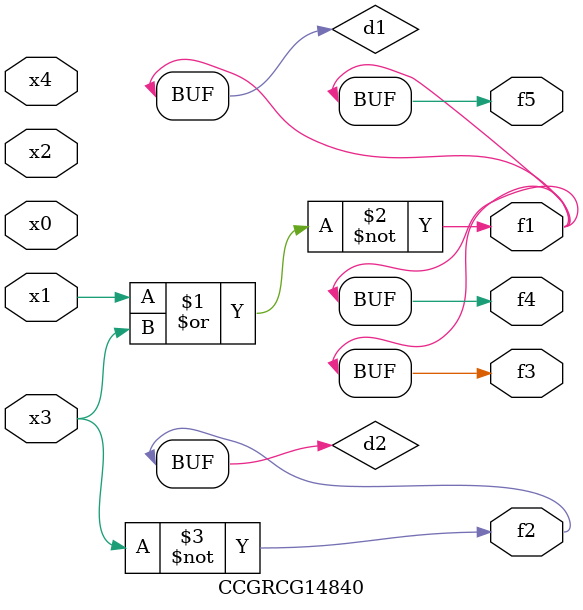
<source format=v>
module CCGRCG14840(
	input x0, x1, x2, x3, x4,
	output f1, f2, f3, f4, f5
);

	wire d1, d2;

	nor (d1, x1, x3);
	not (d2, x3);
	assign f1 = d1;
	assign f2 = d2;
	assign f3 = d1;
	assign f4 = d1;
	assign f5 = d1;
endmodule

</source>
